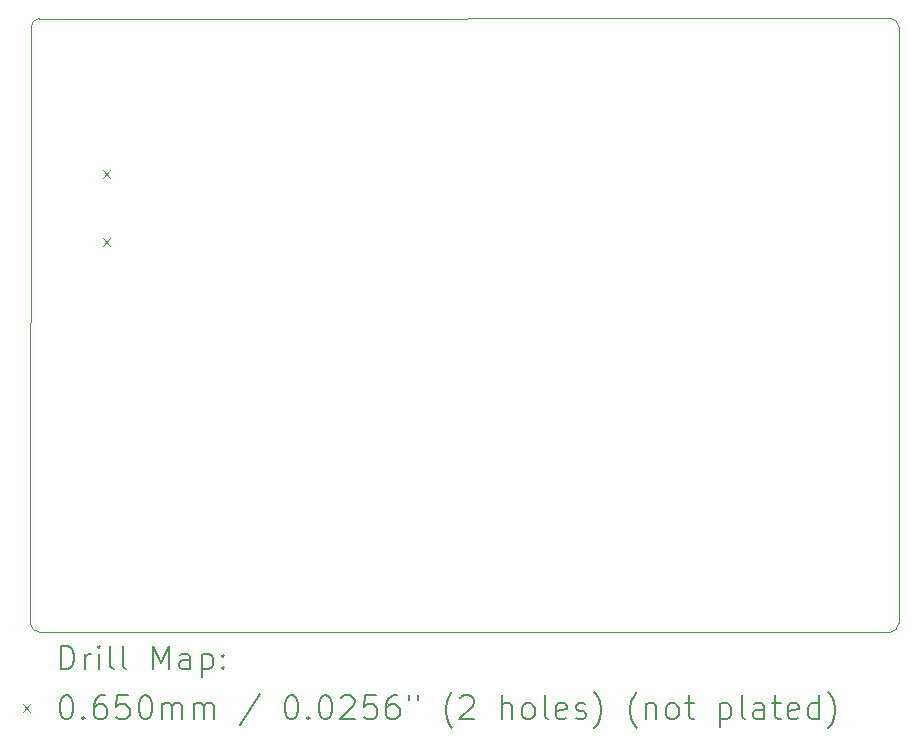
<source format=gbr>
%TF.GenerationSoftware,KiCad,Pcbnew,8.0.6-8.0.6-0~ubuntu24.04.1*%
%TF.CreationDate,2024-11-11T15:03:02+01:00*%
%TF.ProjectId,PicoMother,5069636f-4d6f-4746-9865-722e6b696361,1*%
%TF.SameCoordinates,Original*%
%TF.FileFunction,Drillmap*%
%TF.FilePolarity,Positive*%
%FSLAX45Y45*%
G04 Gerber Fmt 4.5, Leading zero omitted, Abs format (unit mm)*
G04 Created by KiCad (PCBNEW 8.0.6-8.0.6-0~ubuntu24.04.1) date 2024-11-11 15:03:02*
%MOMM*%
%LPD*%
G01*
G04 APERTURE LIST*
%ADD10C,0.050000*%
%ADD11C,0.200000*%
%ADD12C,0.100000*%
G04 APERTURE END LIST*
D10*
X10029077Y-7728033D02*
G75*
G02*
X10101105Y-7653028I75063J3D01*
G01*
X17375000Y-7721967D02*
X17375000Y-12775000D01*
X10025000Y-12775000D02*
X10029077Y-7728033D01*
X17302972Y-12850000D02*
X10100000Y-12847028D01*
X17375000Y-12775000D02*
G75*
G02*
X17302972Y-12849999I-75060J0D01*
G01*
X10101105Y-7653033D02*
X17300000Y-7649939D01*
X17300000Y-7649939D02*
G75*
G02*
X17375000Y-7721967I0J-75061D01*
G01*
X10100000Y-12847028D02*
G75*
G02*
X10025003Y-12775000I0J75058D01*
G01*
D11*
D12*
X10635500Y-8935500D02*
X10700500Y-9000500D01*
X10700500Y-8935500D02*
X10635500Y-9000500D01*
X10635500Y-9513500D02*
X10700500Y-9578500D01*
X10700500Y-9513500D02*
X10635500Y-9578500D01*
D11*
X10283277Y-13163984D02*
X10283277Y-12963984D01*
X10283277Y-12963984D02*
X10330896Y-12963984D01*
X10330896Y-12963984D02*
X10359467Y-12973508D01*
X10359467Y-12973508D02*
X10378515Y-12992555D01*
X10378515Y-12992555D02*
X10388039Y-13011603D01*
X10388039Y-13011603D02*
X10397563Y-13049698D01*
X10397563Y-13049698D02*
X10397563Y-13078269D01*
X10397563Y-13078269D02*
X10388039Y-13116365D01*
X10388039Y-13116365D02*
X10378515Y-13135412D01*
X10378515Y-13135412D02*
X10359467Y-13154460D01*
X10359467Y-13154460D02*
X10330896Y-13163984D01*
X10330896Y-13163984D02*
X10283277Y-13163984D01*
X10483277Y-13163984D02*
X10483277Y-13030650D01*
X10483277Y-13068746D02*
X10492801Y-13049698D01*
X10492801Y-13049698D02*
X10502324Y-13040174D01*
X10502324Y-13040174D02*
X10521372Y-13030650D01*
X10521372Y-13030650D02*
X10540420Y-13030650D01*
X10607086Y-13163984D02*
X10607086Y-13030650D01*
X10607086Y-12963984D02*
X10597563Y-12973508D01*
X10597563Y-12973508D02*
X10607086Y-12983031D01*
X10607086Y-12983031D02*
X10616610Y-12973508D01*
X10616610Y-12973508D02*
X10607086Y-12963984D01*
X10607086Y-12963984D02*
X10607086Y-12983031D01*
X10730896Y-13163984D02*
X10711848Y-13154460D01*
X10711848Y-13154460D02*
X10702324Y-13135412D01*
X10702324Y-13135412D02*
X10702324Y-12963984D01*
X10835658Y-13163984D02*
X10816610Y-13154460D01*
X10816610Y-13154460D02*
X10807086Y-13135412D01*
X10807086Y-13135412D02*
X10807086Y-12963984D01*
X11064229Y-13163984D02*
X11064229Y-12963984D01*
X11064229Y-12963984D02*
X11130896Y-13106841D01*
X11130896Y-13106841D02*
X11197562Y-12963984D01*
X11197562Y-12963984D02*
X11197562Y-13163984D01*
X11378515Y-13163984D02*
X11378515Y-13059222D01*
X11378515Y-13059222D02*
X11368991Y-13040174D01*
X11368991Y-13040174D02*
X11349943Y-13030650D01*
X11349943Y-13030650D02*
X11311848Y-13030650D01*
X11311848Y-13030650D02*
X11292801Y-13040174D01*
X11378515Y-13154460D02*
X11359467Y-13163984D01*
X11359467Y-13163984D02*
X11311848Y-13163984D01*
X11311848Y-13163984D02*
X11292801Y-13154460D01*
X11292801Y-13154460D02*
X11283277Y-13135412D01*
X11283277Y-13135412D02*
X11283277Y-13116365D01*
X11283277Y-13116365D02*
X11292801Y-13097317D01*
X11292801Y-13097317D02*
X11311848Y-13087793D01*
X11311848Y-13087793D02*
X11359467Y-13087793D01*
X11359467Y-13087793D02*
X11378515Y-13078269D01*
X11473753Y-13030650D02*
X11473753Y-13230650D01*
X11473753Y-13040174D02*
X11492801Y-13030650D01*
X11492801Y-13030650D02*
X11530896Y-13030650D01*
X11530896Y-13030650D02*
X11549943Y-13040174D01*
X11549943Y-13040174D02*
X11559467Y-13049698D01*
X11559467Y-13049698D02*
X11568991Y-13068746D01*
X11568991Y-13068746D02*
X11568991Y-13125888D01*
X11568991Y-13125888D02*
X11559467Y-13144936D01*
X11559467Y-13144936D02*
X11549943Y-13154460D01*
X11549943Y-13154460D02*
X11530896Y-13163984D01*
X11530896Y-13163984D02*
X11492801Y-13163984D01*
X11492801Y-13163984D02*
X11473753Y-13154460D01*
X11654705Y-13144936D02*
X11664229Y-13154460D01*
X11664229Y-13154460D02*
X11654705Y-13163984D01*
X11654705Y-13163984D02*
X11645182Y-13154460D01*
X11645182Y-13154460D02*
X11654705Y-13144936D01*
X11654705Y-13144936D02*
X11654705Y-13163984D01*
X11654705Y-13040174D02*
X11664229Y-13049698D01*
X11664229Y-13049698D02*
X11654705Y-13059222D01*
X11654705Y-13059222D02*
X11645182Y-13049698D01*
X11645182Y-13049698D02*
X11654705Y-13040174D01*
X11654705Y-13040174D02*
X11654705Y-13059222D01*
D12*
X9957500Y-13460000D02*
X10022500Y-13525000D01*
X10022500Y-13460000D02*
X9957500Y-13525000D01*
D11*
X10321372Y-13383984D02*
X10340420Y-13383984D01*
X10340420Y-13383984D02*
X10359467Y-13393508D01*
X10359467Y-13393508D02*
X10368991Y-13403031D01*
X10368991Y-13403031D02*
X10378515Y-13422079D01*
X10378515Y-13422079D02*
X10388039Y-13460174D01*
X10388039Y-13460174D02*
X10388039Y-13507793D01*
X10388039Y-13507793D02*
X10378515Y-13545888D01*
X10378515Y-13545888D02*
X10368991Y-13564936D01*
X10368991Y-13564936D02*
X10359467Y-13574460D01*
X10359467Y-13574460D02*
X10340420Y-13583984D01*
X10340420Y-13583984D02*
X10321372Y-13583984D01*
X10321372Y-13583984D02*
X10302324Y-13574460D01*
X10302324Y-13574460D02*
X10292801Y-13564936D01*
X10292801Y-13564936D02*
X10283277Y-13545888D01*
X10283277Y-13545888D02*
X10273753Y-13507793D01*
X10273753Y-13507793D02*
X10273753Y-13460174D01*
X10273753Y-13460174D02*
X10283277Y-13422079D01*
X10283277Y-13422079D02*
X10292801Y-13403031D01*
X10292801Y-13403031D02*
X10302324Y-13393508D01*
X10302324Y-13393508D02*
X10321372Y-13383984D01*
X10473753Y-13564936D02*
X10483277Y-13574460D01*
X10483277Y-13574460D02*
X10473753Y-13583984D01*
X10473753Y-13583984D02*
X10464229Y-13574460D01*
X10464229Y-13574460D02*
X10473753Y-13564936D01*
X10473753Y-13564936D02*
X10473753Y-13583984D01*
X10654705Y-13383984D02*
X10616610Y-13383984D01*
X10616610Y-13383984D02*
X10597563Y-13393508D01*
X10597563Y-13393508D02*
X10588039Y-13403031D01*
X10588039Y-13403031D02*
X10568991Y-13431603D01*
X10568991Y-13431603D02*
X10559467Y-13469698D01*
X10559467Y-13469698D02*
X10559467Y-13545888D01*
X10559467Y-13545888D02*
X10568991Y-13564936D01*
X10568991Y-13564936D02*
X10578515Y-13574460D01*
X10578515Y-13574460D02*
X10597563Y-13583984D01*
X10597563Y-13583984D02*
X10635658Y-13583984D01*
X10635658Y-13583984D02*
X10654705Y-13574460D01*
X10654705Y-13574460D02*
X10664229Y-13564936D01*
X10664229Y-13564936D02*
X10673753Y-13545888D01*
X10673753Y-13545888D02*
X10673753Y-13498269D01*
X10673753Y-13498269D02*
X10664229Y-13479222D01*
X10664229Y-13479222D02*
X10654705Y-13469698D01*
X10654705Y-13469698D02*
X10635658Y-13460174D01*
X10635658Y-13460174D02*
X10597563Y-13460174D01*
X10597563Y-13460174D02*
X10578515Y-13469698D01*
X10578515Y-13469698D02*
X10568991Y-13479222D01*
X10568991Y-13479222D02*
X10559467Y-13498269D01*
X10854705Y-13383984D02*
X10759467Y-13383984D01*
X10759467Y-13383984D02*
X10749944Y-13479222D01*
X10749944Y-13479222D02*
X10759467Y-13469698D01*
X10759467Y-13469698D02*
X10778515Y-13460174D01*
X10778515Y-13460174D02*
X10826134Y-13460174D01*
X10826134Y-13460174D02*
X10845182Y-13469698D01*
X10845182Y-13469698D02*
X10854705Y-13479222D01*
X10854705Y-13479222D02*
X10864229Y-13498269D01*
X10864229Y-13498269D02*
X10864229Y-13545888D01*
X10864229Y-13545888D02*
X10854705Y-13564936D01*
X10854705Y-13564936D02*
X10845182Y-13574460D01*
X10845182Y-13574460D02*
X10826134Y-13583984D01*
X10826134Y-13583984D02*
X10778515Y-13583984D01*
X10778515Y-13583984D02*
X10759467Y-13574460D01*
X10759467Y-13574460D02*
X10749944Y-13564936D01*
X10988039Y-13383984D02*
X11007086Y-13383984D01*
X11007086Y-13383984D02*
X11026134Y-13393508D01*
X11026134Y-13393508D02*
X11035658Y-13403031D01*
X11035658Y-13403031D02*
X11045182Y-13422079D01*
X11045182Y-13422079D02*
X11054705Y-13460174D01*
X11054705Y-13460174D02*
X11054705Y-13507793D01*
X11054705Y-13507793D02*
X11045182Y-13545888D01*
X11045182Y-13545888D02*
X11035658Y-13564936D01*
X11035658Y-13564936D02*
X11026134Y-13574460D01*
X11026134Y-13574460D02*
X11007086Y-13583984D01*
X11007086Y-13583984D02*
X10988039Y-13583984D01*
X10988039Y-13583984D02*
X10968991Y-13574460D01*
X10968991Y-13574460D02*
X10959467Y-13564936D01*
X10959467Y-13564936D02*
X10949944Y-13545888D01*
X10949944Y-13545888D02*
X10940420Y-13507793D01*
X10940420Y-13507793D02*
X10940420Y-13460174D01*
X10940420Y-13460174D02*
X10949944Y-13422079D01*
X10949944Y-13422079D02*
X10959467Y-13403031D01*
X10959467Y-13403031D02*
X10968991Y-13393508D01*
X10968991Y-13393508D02*
X10988039Y-13383984D01*
X11140420Y-13583984D02*
X11140420Y-13450650D01*
X11140420Y-13469698D02*
X11149944Y-13460174D01*
X11149944Y-13460174D02*
X11168991Y-13450650D01*
X11168991Y-13450650D02*
X11197563Y-13450650D01*
X11197563Y-13450650D02*
X11216610Y-13460174D01*
X11216610Y-13460174D02*
X11226134Y-13479222D01*
X11226134Y-13479222D02*
X11226134Y-13583984D01*
X11226134Y-13479222D02*
X11235658Y-13460174D01*
X11235658Y-13460174D02*
X11254705Y-13450650D01*
X11254705Y-13450650D02*
X11283277Y-13450650D01*
X11283277Y-13450650D02*
X11302324Y-13460174D01*
X11302324Y-13460174D02*
X11311848Y-13479222D01*
X11311848Y-13479222D02*
X11311848Y-13583984D01*
X11407086Y-13583984D02*
X11407086Y-13450650D01*
X11407086Y-13469698D02*
X11416610Y-13460174D01*
X11416610Y-13460174D02*
X11435658Y-13450650D01*
X11435658Y-13450650D02*
X11464229Y-13450650D01*
X11464229Y-13450650D02*
X11483277Y-13460174D01*
X11483277Y-13460174D02*
X11492801Y-13479222D01*
X11492801Y-13479222D02*
X11492801Y-13583984D01*
X11492801Y-13479222D02*
X11502324Y-13460174D01*
X11502324Y-13460174D02*
X11521372Y-13450650D01*
X11521372Y-13450650D02*
X11549943Y-13450650D01*
X11549943Y-13450650D02*
X11568991Y-13460174D01*
X11568991Y-13460174D02*
X11578515Y-13479222D01*
X11578515Y-13479222D02*
X11578515Y-13583984D01*
X11968991Y-13374460D02*
X11797563Y-13631603D01*
X12226134Y-13383984D02*
X12245182Y-13383984D01*
X12245182Y-13383984D02*
X12264229Y-13393508D01*
X12264229Y-13393508D02*
X12273753Y-13403031D01*
X12273753Y-13403031D02*
X12283277Y-13422079D01*
X12283277Y-13422079D02*
X12292801Y-13460174D01*
X12292801Y-13460174D02*
X12292801Y-13507793D01*
X12292801Y-13507793D02*
X12283277Y-13545888D01*
X12283277Y-13545888D02*
X12273753Y-13564936D01*
X12273753Y-13564936D02*
X12264229Y-13574460D01*
X12264229Y-13574460D02*
X12245182Y-13583984D01*
X12245182Y-13583984D02*
X12226134Y-13583984D01*
X12226134Y-13583984D02*
X12207086Y-13574460D01*
X12207086Y-13574460D02*
X12197563Y-13564936D01*
X12197563Y-13564936D02*
X12188039Y-13545888D01*
X12188039Y-13545888D02*
X12178515Y-13507793D01*
X12178515Y-13507793D02*
X12178515Y-13460174D01*
X12178515Y-13460174D02*
X12188039Y-13422079D01*
X12188039Y-13422079D02*
X12197563Y-13403031D01*
X12197563Y-13403031D02*
X12207086Y-13393508D01*
X12207086Y-13393508D02*
X12226134Y-13383984D01*
X12378515Y-13564936D02*
X12388039Y-13574460D01*
X12388039Y-13574460D02*
X12378515Y-13583984D01*
X12378515Y-13583984D02*
X12368991Y-13574460D01*
X12368991Y-13574460D02*
X12378515Y-13564936D01*
X12378515Y-13564936D02*
X12378515Y-13583984D01*
X12511848Y-13383984D02*
X12530896Y-13383984D01*
X12530896Y-13383984D02*
X12549944Y-13393508D01*
X12549944Y-13393508D02*
X12559467Y-13403031D01*
X12559467Y-13403031D02*
X12568991Y-13422079D01*
X12568991Y-13422079D02*
X12578515Y-13460174D01*
X12578515Y-13460174D02*
X12578515Y-13507793D01*
X12578515Y-13507793D02*
X12568991Y-13545888D01*
X12568991Y-13545888D02*
X12559467Y-13564936D01*
X12559467Y-13564936D02*
X12549944Y-13574460D01*
X12549944Y-13574460D02*
X12530896Y-13583984D01*
X12530896Y-13583984D02*
X12511848Y-13583984D01*
X12511848Y-13583984D02*
X12492801Y-13574460D01*
X12492801Y-13574460D02*
X12483277Y-13564936D01*
X12483277Y-13564936D02*
X12473753Y-13545888D01*
X12473753Y-13545888D02*
X12464229Y-13507793D01*
X12464229Y-13507793D02*
X12464229Y-13460174D01*
X12464229Y-13460174D02*
X12473753Y-13422079D01*
X12473753Y-13422079D02*
X12483277Y-13403031D01*
X12483277Y-13403031D02*
X12492801Y-13393508D01*
X12492801Y-13393508D02*
X12511848Y-13383984D01*
X12654706Y-13403031D02*
X12664229Y-13393508D01*
X12664229Y-13393508D02*
X12683277Y-13383984D01*
X12683277Y-13383984D02*
X12730896Y-13383984D01*
X12730896Y-13383984D02*
X12749944Y-13393508D01*
X12749944Y-13393508D02*
X12759467Y-13403031D01*
X12759467Y-13403031D02*
X12768991Y-13422079D01*
X12768991Y-13422079D02*
X12768991Y-13441127D01*
X12768991Y-13441127D02*
X12759467Y-13469698D01*
X12759467Y-13469698D02*
X12645182Y-13583984D01*
X12645182Y-13583984D02*
X12768991Y-13583984D01*
X12949944Y-13383984D02*
X12854706Y-13383984D01*
X12854706Y-13383984D02*
X12845182Y-13479222D01*
X12845182Y-13479222D02*
X12854706Y-13469698D01*
X12854706Y-13469698D02*
X12873753Y-13460174D01*
X12873753Y-13460174D02*
X12921372Y-13460174D01*
X12921372Y-13460174D02*
X12940420Y-13469698D01*
X12940420Y-13469698D02*
X12949944Y-13479222D01*
X12949944Y-13479222D02*
X12959467Y-13498269D01*
X12959467Y-13498269D02*
X12959467Y-13545888D01*
X12959467Y-13545888D02*
X12949944Y-13564936D01*
X12949944Y-13564936D02*
X12940420Y-13574460D01*
X12940420Y-13574460D02*
X12921372Y-13583984D01*
X12921372Y-13583984D02*
X12873753Y-13583984D01*
X12873753Y-13583984D02*
X12854706Y-13574460D01*
X12854706Y-13574460D02*
X12845182Y-13564936D01*
X13130896Y-13383984D02*
X13092801Y-13383984D01*
X13092801Y-13383984D02*
X13073753Y-13393508D01*
X13073753Y-13393508D02*
X13064229Y-13403031D01*
X13064229Y-13403031D02*
X13045182Y-13431603D01*
X13045182Y-13431603D02*
X13035658Y-13469698D01*
X13035658Y-13469698D02*
X13035658Y-13545888D01*
X13035658Y-13545888D02*
X13045182Y-13564936D01*
X13045182Y-13564936D02*
X13054706Y-13574460D01*
X13054706Y-13574460D02*
X13073753Y-13583984D01*
X13073753Y-13583984D02*
X13111848Y-13583984D01*
X13111848Y-13583984D02*
X13130896Y-13574460D01*
X13130896Y-13574460D02*
X13140420Y-13564936D01*
X13140420Y-13564936D02*
X13149944Y-13545888D01*
X13149944Y-13545888D02*
X13149944Y-13498269D01*
X13149944Y-13498269D02*
X13140420Y-13479222D01*
X13140420Y-13479222D02*
X13130896Y-13469698D01*
X13130896Y-13469698D02*
X13111848Y-13460174D01*
X13111848Y-13460174D02*
X13073753Y-13460174D01*
X13073753Y-13460174D02*
X13054706Y-13469698D01*
X13054706Y-13469698D02*
X13045182Y-13479222D01*
X13045182Y-13479222D02*
X13035658Y-13498269D01*
X13226134Y-13383984D02*
X13226134Y-13422079D01*
X13302325Y-13383984D02*
X13302325Y-13422079D01*
X13597563Y-13660174D02*
X13588039Y-13650650D01*
X13588039Y-13650650D02*
X13568991Y-13622079D01*
X13568991Y-13622079D02*
X13559468Y-13603031D01*
X13559468Y-13603031D02*
X13549944Y-13574460D01*
X13549944Y-13574460D02*
X13540420Y-13526841D01*
X13540420Y-13526841D02*
X13540420Y-13488746D01*
X13540420Y-13488746D02*
X13549944Y-13441127D01*
X13549944Y-13441127D02*
X13559468Y-13412555D01*
X13559468Y-13412555D02*
X13568991Y-13393508D01*
X13568991Y-13393508D02*
X13588039Y-13364936D01*
X13588039Y-13364936D02*
X13597563Y-13355412D01*
X13664229Y-13403031D02*
X13673753Y-13393508D01*
X13673753Y-13393508D02*
X13692801Y-13383984D01*
X13692801Y-13383984D02*
X13740420Y-13383984D01*
X13740420Y-13383984D02*
X13759468Y-13393508D01*
X13759468Y-13393508D02*
X13768991Y-13403031D01*
X13768991Y-13403031D02*
X13778515Y-13422079D01*
X13778515Y-13422079D02*
X13778515Y-13441127D01*
X13778515Y-13441127D02*
X13768991Y-13469698D01*
X13768991Y-13469698D02*
X13654706Y-13583984D01*
X13654706Y-13583984D02*
X13778515Y-13583984D01*
X14016610Y-13583984D02*
X14016610Y-13383984D01*
X14102325Y-13583984D02*
X14102325Y-13479222D01*
X14102325Y-13479222D02*
X14092801Y-13460174D01*
X14092801Y-13460174D02*
X14073753Y-13450650D01*
X14073753Y-13450650D02*
X14045182Y-13450650D01*
X14045182Y-13450650D02*
X14026134Y-13460174D01*
X14026134Y-13460174D02*
X14016610Y-13469698D01*
X14226134Y-13583984D02*
X14207087Y-13574460D01*
X14207087Y-13574460D02*
X14197563Y-13564936D01*
X14197563Y-13564936D02*
X14188039Y-13545888D01*
X14188039Y-13545888D02*
X14188039Y-13488746D01*
X14188039Y-13488746D02*
X14197563Y-13469698D01*
X14197563Y-13469698D02*
X14207087Y-13460174D01*
X14207087Y-13460174D02*
X14226134Y-13450650D01*
X14226134Y-13450650D02*
X14254706Y-13450650D01*
X14254706Y-13450650D02*
X14273753Y-13460174D01*
X14273753Y-13460174D02*
X14283277Y-13469698D01*
X14283277Y-13469698D02*
X14292801Y-13488746D01*
X14292801Y-13488746D02*
X14292801Y-13545888D01*
X14292801Y-13545888D02*
X14283277Y-13564936D01*
X14283277Y-13564936D02*
X14273753Y-13574460D01*
X14273753Y-13574460D02*
X14254706Y-13583984D01*
X14254706Y-13583984D02*
X14226134Y-13583984D01*
X14407087Y-13583984D02*
X14388039Y-13574460D01*
X14388039Y-13574460D02*
X14378515Y-13555412D01*
X14378515Y-13555412D02*
X14378515Y-13383984D01*
X14559468Y-13574460D02*
X14540420Y-13583984D01*
X14540420Y-13583984D02*
X14502325Y-13583984D01*
X14502325Y-13583984D02*
X14483277Y-13574460D01*
X14483277Y-13574460D02*
X14473753Y-13555412D01*
X14473753Y-13555412D02*
X14473753Y-13479222D01*
X14473753Y-13479222D02*
X14483277Y-13460174D01*
X14483277Y-13460174D02*
X14502325Y-13450650D01*
X14502325Y-13450650D02*
X14540420Y-13450650D01*
X14540420Y-13450650D02*
X14559468Y-13460174D01*
X14559468Y-13460174D02*
X14568991Y-13479222D01*
X14568991Y-13479222D02*
X14568991Y-13498269D01*
X14568991Y-13498269D02*
X14473753Y-13517317D01*
X14645182Y-13574460D02*
X14664230Y-13583984D01*
X14664230Y-13583984D02*
X14702325Y-13583984D01*
X14702325Y-13583984D02*
X14721372Y-13574460D01*
X14721372Y-13574460D02*
X14730896Y-13555412D01*
X14730896Y-13555412D02*
X14730896Y-13545888D01*
X14730896Y-13545888D02*
X14721372Y-13526841D01*
X14721372Y-13526841D02*
X14702325Y-13517317D01*
X14702325Y-13517317D02*
X14673753Y-13517317D01*
X14673753Y-13517317D02*
X14654706Y-13507793D01*
X14654706Y-13507793D02*
X14645182Y-13488746D01*
X14645182Y-13488746D02*
X14645182Y-13479222D01*
X14645182Y-13479222D02*
X14654706Y-13460174D01*
X14654706Y-13460174D02*
X14673753Y-13450650D01*
X14673753Y-13450650D02*
X14702325Y-13450650D01*
X14702325Y-13450650D02*
X14721372Y-13460174D01*
X14797563Y-13660174D02*
X14807087Y-13650650D01*
X14807087Y-13650650D02*
X14826134Y-13622079D01*
X14826134Y-13622079D02*
X14835658Y-13603031D01*
X14835658Y-13603031D02*
X14845182Y-13574460D01*
X14845182Y-13574460D02*
X14854706Y-13526841D01*
X14854706Y-13526841D02*
X14854706Y-13488746D01*
X14854706Y-13488746D02*
X14845182Y-13441127D01*
X14845182Y-13441127D02*
X14835658Y-13412555D01*
X14835658Y-13412555D02*
X14826134Y-13393508D01*
X14826134Y-13393508D02*
X14807087Y-13364936D01*
X14807087Y-13364936D02*
X14797563Y-13355412D01*
X15159468Y-13660174D02*
X15149944Y-13650650D01*
X15149944Y-13650650D02*
X15130896Y-13622079D01*
X15130896Y-13622079D02*
X15121372Y-13603031D01*
X15121372Y-13603031D02*
X15111849Y-13574460D01*
X15111849Y-13574460D02*
X15102325Y-13526841D01*
X15102325Y-13526841D02*
X15102325Y-13488746D01*
X15102325Y-13488746D02*
X15111849Y-13441127D01*
X15111849Y-13441127D02*
X15121372Y-13412555D01*
X15121372Y-13412555D02*
X15130896Y-13393508D01*
X15130896Y-13393508D02*
X15149944Y-13364936D01*
X15149944Y-13364936D02*
X15159468Y-13355412D01*
X15235658Y-13450650D02*
X15235658Y-13583984D01*
X15235658Y-13469698D02*
X15245182Y-13460174D01*
X15245182Y-13460174D02*
X15264230Y-13450650D01*
X15264230Y-13450650D02*
X15292801Y-13450650D01*
X15292801Y-13450650D02*
X15311849Y-13460174D01*
X15311849Y-13460174D02*
X15321372Y-13479222D01*
X15321372Y-13479222D02*
X15321372Y-13583984D01*
X15445182Y-13583984D02*
X15426134Y-13574460D01*
X15426134Y-13574460D02*
X15416611Y-13564936D01*
X15416611Y-13564936D02*
X15407087Y-13545888D01*
X15407087Y-13545888D02*
X15407087Y-13488746D01*
X15407087Y-13488746D02*
X15416611Y-13469698D01*
X15416611Y-13469698D02*
X15426134Y-13460174D01*
X15426134Y-13460174D02*
X15445182Y-13450650D01*
X15445182Y-13450650D02*
X15473753Y-13450650D01*
X15473753Y-13450650D02*
X15492801Y-13460174D01*
X15492801Y-13460174D02*
X15502325Y-13469698D01*
X15502325Y-13469698D02*
X15511849Y-13488746D01*
X15511849Y-13488746D02*
X15511849Y-13545888D01*
X15511849Y-13545888D02*
X15502325Y-13564936D01*
X15502325Y-13564936D02*
X15492801Y-13574460D01*
X15492801Y-13574460D02*
X15473753Y-13583984D01*
X15473753Y-13583984D02*
X15445182Y-13583984D01*
X15568992Y-13450650D02*
X15645182Y-13450650D01*
X15597563Y-13383984D02*
X15597563Y-13555412D01*
X15597563Y-13555412D02*
X15607087Y-13574460D01*
X15607087Y-13574460D02*
X15626134Y-13583984D01*
X15626134Y-13583984D02*
X15645182Y-13583984D01*
X15864230Y-13450650D02*
X15864230Y-13650650D01*
X15864230Y-13460174D02*
X15883277Y-13450650D01*
X15883277Y-13450650D02*
X15921373Y-13450650D01*
X15921373Y-13450650D02*
X15940420Y-13460174D01*
X15940420Y-13460174D02*
X15949944Y-13469698D01*
X15949944Y-13469698D02*
X15959468Y-13488746D01*
X15959468Y-13488746D02*
X15959468Y-13545888D01*
X15959468Y-13545888D02*
X15949944Y-13564936D01*
X15949944Y-13564936D02*
X15940420Y-13574460D01*
X15940420Y-13574460D02*
X15921373Y-13583984D01*
X15921373Y-13583984D02*
X15883277Y-13583984D01*
X15883277Y-13583984D02*
X15864230Y-13574460D01*
X16073753Y-13583984D02*
X16054706Y-13574460D01*
X16054706Y-13574460D02*
X16045182Y-13555412D01*
X16045182Y-13555412D02*
X16045182Y-13383984D01*
X16235658Y-13583984D02*
X16235658Y-13479222D01*
X16235658Y-13479222D02*
X16226134Y-13460174D01*
X16226134Y-13460174D02*
X16207087Y-13450650D01*
X16207087Y-13450650D02*
X16168992Y-13450650D01*
X16168992Y-13450650D02*
X16149944Y-13460174D01*
X16235658Y-13574460D02*
X16216611Y-13583984D01*
X16216611Y-13583984D02*
X16168992Y-13583984D01*
X16168992Y-13583984D02*
X16149944Y-13574460D01*
X16149944Y-13574460D02*
X16140420Y-13555412D01*
X16140420Y-13555412D02*
X16140420Y-13536365D01*
X16140420Y-13536365D02*
X16149944Y-13517317D01*
X16149944Y-13517317D02*
X16168992Y-13507793D01*
X16168992Y-13507793D02*
X16216611Y-13507793D01*
X16216611Y-13507793D02*
X16235658Y-13498269D01*
X16302325Y-13450650D02*
X16378515Y-13450650D01*
X16330896Y-13383984D02*
X16330896Y-13555412D01*
X16330896Y-13555412D02*
X16340420Y-13574460D01*
X16340420Y-13574460D02*
X16359468Y-13583984D01*
X16359468Y-13583984D02*
X16378515Y-13583984D01*
X16521373Y-13574460D02*
X16502325Y-13583984D01*
X16502325Y-13583984D02*
X16464230Y-13583984D01*
X16464230Y-13583984D02*
X16445182Y-13574460D01*
X16445182Y-13574460D02*
X16435658Y-13555412D01*
X16435658Y-13555412D02*
X16435658Y-13479222D01*
X16435658Y-13479222D02*
X16445182Y-13460174D01*
X16445182Y-13460174D02*
X16464230Y-13450650D01*
X16464230Y-13450650D02*
X16502325Y-13450650D01*
X16502325Y-13450650D02*
X16521373Y-13460174D01*
X16521373Y-13460174D02*
X16530896Y-13479222D01*
X16530896Y-13479222D02*
X16530896Y-13498269D01*
X16530896Y-13498269D02*
X16435658Y-13517317D01*
X16702325Y-13583984D02*
X16702325Y-13383984D01*
X16702325Y-13574460D02*
X16683277Y-13583984D01*
X16683277Y-13583984D02*
X16645182Y-13583984D01*
X16645182Y-13583984D02*
X16626134Y-13574460D01*
X16626134Y-13574460D02*
X16616611Y-13564936D01*
X16616611Y-13564936D02*
X16607087Y-13545888D01*
X16607087Y-13545888D02*
X16607087Y-13488746D01*
X16607087Y-13488746D02*
X16616611Y-13469698D01*
X16616611Y-13469698D02*
X16626134Y-13460174D01*
X16626134Y-13460174D02*
X16645182Y-13450650D01*
X16645182Y-13450650D02*
X16683277Y-13450650D01*
X16683277Y-13450650D02*
X16702325Y-13460174D01*
X16778516Y-13660174D02*
X16788039Y-13650650D01*
X16788039Y-13650650D02*
X16807087Y-13622079D01*
X16807087Y-13622079D02*
X16816611Y-13603031D01*
X16816611Y-13603031D02*
X16826135Y-13574460D01*
X16826135Y-13574460D02*
X16835658Y-13526841D01*
X16835658Y-13526841D02*
X16835658Y-13488746D01*
X16835658Y-13488746D02*
X16826135Y-13441127D01*
X16826135Y-13441127D02*
X16816611Y-13412555D01*
X16816611Y-13412555D02*
X16807087Y-13393508D01*
X16807087Y-13393508D02*
X16788039Y-13364936D01*
X16788039Y-13364936D02*
X16778516Y-13355412D01*
M02*

</source>
